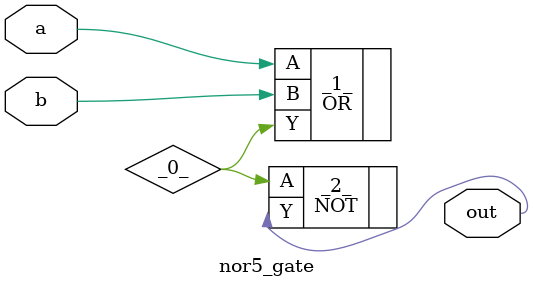
<source format=v>
/* Generated by Yosys 0.41+83 (git sha1 7045cf509, x86_64-w64-mingw32-g++ 13.2.1 -Os) */

/* cells_not_processed =  1  */
/* src = "nor5_gate.v:2.1-10.10" */
module nor5_gate(a, b, out);
  wire _0_;
  /* src = "nor5_gate.v:3.16-3.17" */
  input a;
  wire a;
  /* src = "nor5_gate.v:4.16-4.17" */
  input b;
  wire b;
  /* src = "nor5_gate.v:5.17-5.20" */
  output out;
  wire out;
  OR _1_ (
    .A(a),
    .B(b),
    .Y(_0_)
  );
  NOT _2_ (
    .A(_0_),
    .Y(out)
  );
endmodule

</source>
